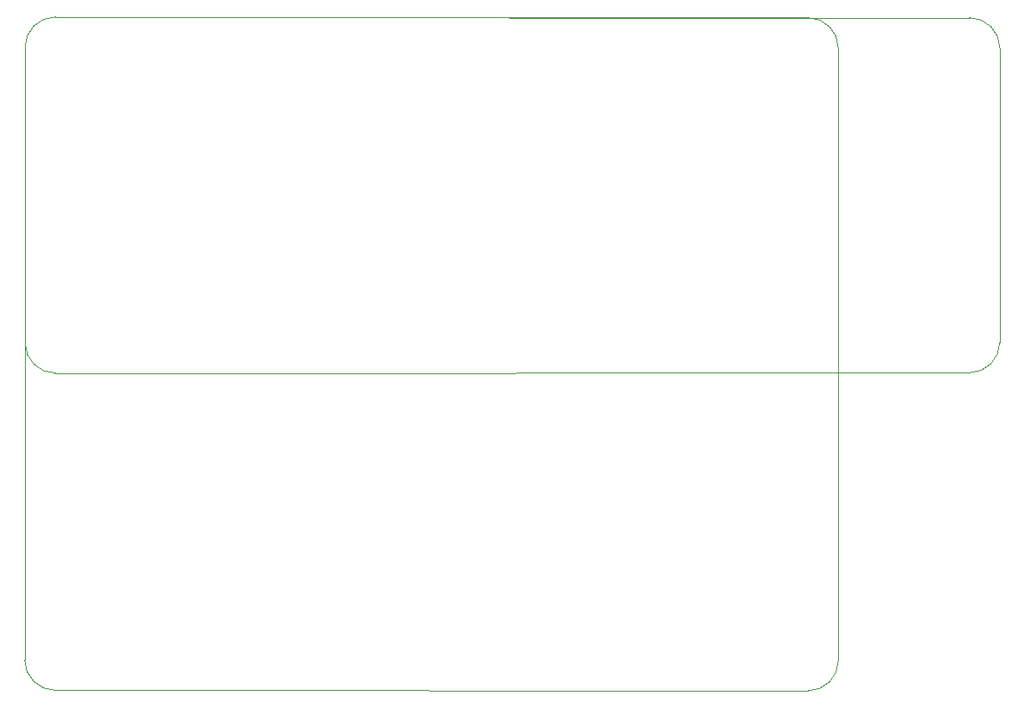
<source format=gbr>
<<<<<<< HEAD
%TF.GenerationSoftware,KiCad,Pcbnew,9.0.4*%
%TF.CreationDate,2025-11-21T04:25:38-05:00*%
%TF.ProjectId,pdb_v2,7064625f-7632-42e6-9b69-6361645f7063,v1*%
%TF.SameCoordinates,Original*%
%TF.FileFunction,Profile,NP*%
%FSLAX46Y46*%
G04 Gerber Fmt 4.6, Leading zero omitted, Abs format (unit mm)*
G04 Created by KiCad (PCBNEW 9.0.4) date 2025-11-21 04:25:38*
%MOMM*%
%LPD*%
G01*
G04 APERTURE LIST*
%TA.AperFunction,Profile*%
%ADD10C,0.050000*%
%TD*%
G04 APERTURE END LIST*
D10*
X14998117Y-78299999D02*
X89051794Y-78353844D01*
X15000695Y-78299999D02*
G75*
G02*
X11990901Y-75290899I-695J3009099D01*
G01*
X89044497Y-12090000D02*
G75*
G02*
X92053600Y-15099795I3J-3009100D01*
G01*
X12021320Y-15021320D02*
G75*
G02*
X15021320Y-12021320I3000000J0D01*
G01*
X89050000Y-12090000D02*
X15021320Y-12021320D01*
X92061589Y-75344745D02*
G75*
G02*
X89051794Y-78353849I-3009099J-5D01*
G01*
X92053596Y-15099795D02*
X92061589Y-75344750D01*
X12021381Y-15021320D02*
X11990904Y-75294854D01*
M02*
=======
%TF.GenerationSoftware,KiCad,Pcbnew,9.0.4*%
%TF.CreationDate,2025-11-01T22:13:15-04:00*%
%TF.ProjectId,power_distribution,706f7765-725f-4646-9973-747269627574,v1*%
%TF.SameCoordinates,Original*%
%TF.FileFunction,Profile,NP*%
%FSLAX46Y46*%
G04 Gerber Fmt 4.6, Leading zero omitted, Abs format (unit mm)*
G04 Created by KiCad (PCBNEW 9.0.4) date 2025-11-01 22:13:15*
%MOMM*%
%LPD*%
G01*
G04 APERTURE LIST*
%TA.AperFunction,Profile*%
%ADD10C,0.050000*%
%TD*%
G04 APERTURE END LIST*
D10*
X104950000Y-12100000D02*
X15021419Y-12019640D01*
X15021320Y-47078680D02*
X104933274Y-47049973D01*
X107933274Y-44050000D02*
G75*
G02*
X104933274Y-47049974I-2999974J0D01*
G01*
X15021320Y-47078680D02*
G75*
G02*
X12021320Y-44078680I0J3000000D01*
G01*
X104950000Y-12100000D02*
G75*
G02*
X107950000Y-15100000I0J-3000000D01*
G01*
X12021320Y-15021320D02*
G75*
G02*
X15021320Y-12021320I3000000J0D01*
G01*
X107950000Y-15100000D02*
X107933274Y-44050000D01*
X12021320Y-15021320D02*
X12021320Y-44078680D01*
M02*
>>>>>>> main

</source>
